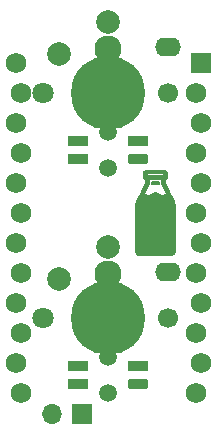
<source format=gbr>
%TF.GenerationSoftware,KiCad,Pcbnew,(7.0.0-0)*%
%TF.CreationDate,2023-02-20T11:28:14-08:00*%
%TF.ProjectId,choc_milk_keyboard,63686f63-5f6d-4696-9c6b-5f6b6579626f,rev?*%
%TF.SameCoordinates,Original*%
%TF.FileFunction,Soldermask,Bot*%
%TF.FilePolarity,Negative*%
%FSLAX46Y46*%
G04 Gerber Fmt 4.6, Leading zero omitted, Abs format (unit mm)*
G04 Created by KiCad (PCBNEW (7.0.0-0)) date 2023-02-20 11:28:14*
%MOMM*%
%LPD*%
G01*
G04 APERTURE LIST*
G04 Aperture macros list*
%AMRoundRect*
0 Rectangle with rounded corners*
0 $1 Rounding radius*
0 $2 $3 $4 $5 $6 $7 $8 $9 X,Y pos of 4 corners*
0 Add a 4 corners polygon primitive as box body*
4,1,4,$2,$3,$4,$5,$6,$7,$8,$9,$2,$3,0*
0 Add four circle primitives for the rounded corners*
1,1,$1+$1,$2,$3*
1,1,$1+$1,$4,$5*
1,1,$1+$1,$6,$7*
1,1,$1+$1,$8,$9*
0 Add four rect primitives between the rounded corners*
20,1,$1+$1,$2,$3,$4,$5,0*
20,1,$1+$1,$4,$5,$6,$7,0*
20,1,$1+$1,$6,$7,$8,$9,0*
20,1,$1+$1,$8,$9,$2,$3,0*%
G04 Aperture macros list end*
%ADD10C,0.200000*%
%ADD11C,1.700000*%
%ADD12C,6.250000*%
%ADD13C,2.300000*%
%ADD14C,1.800000*%
%ADD15C,2.000000*%
%ADD16O,2.200000X1.600000*%
%ADD17R,1.700000X1.700000*%
%ADD18O,1.700000X1.700000*%
%ADD19C,1.500000*%
%ADD20R,1.700000X0.820000*%
%ADD21RoundRect,0.205000X-0.645000X-0.205000X0.645000X-0.205000X0.645000X0.205000X-0.645000X0.205000X0*%
%ADD22R,1.752600X1.752600*%
%ADD23C,1.752600*%
G04 APERTURE END LIST*
%TO.C,REF\u002A\u002A*%
G36*
X89220289Y-116962355D02*
G01*
X89226095Y-116962797D01*
X89231818Y-116963524D01*
X89237448Y-116964529D01*
X89242980Y-116965805D01*
X89248406Y-116967346D01*
X89253718Y-116969143D01*
X89258911Y-116971190D01*
X89263975Y-116973479D01*
X89268906Y-116976004D01*
X89273694Y-116978757D01*
X89278333Y-116981730D01*
X89282816Y-116984918D01*
X89287135Y-116988312D01*
X89291284Y-116991905D01*
X89295255Y-116995691D01*
X89299041Y-116999662D01*
X89302635Y-117003810D01*
X89306030Y-117008129D01*
X89309217Y-117012612D01*
X89312192Y-117017251D01*
X89314945Y-117022040D01*
X89317470Y-117026970D01*
X89319760Y-117032035D01*
X89321807Y-117037227D01*
X89323605Y-117042541D01*
X89325146Y-117047967D01*
X89326423Y-117053499D01*
X89327428Y-117059131D01*
X89328155Y-117064854D01*
X89328597Y-117070662D01*
X89328746Y-117076547D01*
X89328597Y-117082432D01*
X89328155Y-117088240D01*
X89327428Y-117093963D01*
X89326423Y-117099594D01*
X89325146Y-117105127D01*
X89323605Y-117110553D01*
X89321807Y-117115866D01*
X89319760Y-117121059D01*
X89317470Y-117126124D01*
X89314945Y-117131054D01*
X89312192Y-117135842D01*
X89309217Y-117140481D01*
X89306030Y-117144964D01*
X89302635Y-117149283D01*
X89299041Y-117153432D01*
X89295255Y-117157403D01*
X89291284Y-117161188D01*
X89287135Y-117164782D01*
X89282816Y-117168176D01*
X89278333Y-117171363D01*
X89273694Y-117174337D01*
X89268906Y-117177090D01*
X89263975Y-117179614D01*
X89258911Y-117181904D01*
X89253718Y-117183951D01*
X89248406Y-117185748D01*
X89242980Y-117187288D01*
X89237448Y-117188565D01*
X89231818Y-117189570D01*
X89226095Y-117190297D01*
X89220289Y-117190739D01*
X89214405Y-117190887D01*
X88783281Y-117190887D01*
X88777397Y-117190739D01*
X88771590Y-117190297D01*
X88765868Y-117189570D01*
X88760238Y-117188565D01*
X88754706Y-117187288D01*
X88749280Y-117185748D01*
X88743967Y-117183951D01*
X88738775Y-117181904D01*
X88733710Y-117179614D01*
X88728780Y-117177090D01*
X88723992Y-117174337D01*
X88719353Y-117171363D01*
X88714870Y-117168176D01*
X88710550Y-117164782D01*
X88706402Y-117161188D01*
X88702430Y-117157403D01*
X88698644Y-117153432D01*
X88695051Y-117149283D01*
X88691656Y-117144964D01*
X88688468Y-117140481D01*
X88685494Y-117135842D01*
X88682741Y-117131054D01*
X88680216Y-117126124D01*
X88677926Y-117121059D01*
X88675878Y-117115866D01*
X88674081Y-117110553D01*
X88672540Y-117105127D01*
X88671263Y-117099594D01*
X88670258Y-117093963D01*
X88669530Y-117088240D01*
X88669089Y-117082432D01*
X88668940Y-117076547D01*
X88669089Y-117070662D01*
X88669530Y-117064854D01*
X88670258Y-117059131D01*
X88671263Y-117053499D01*
X88672540Y-117047967D01*
X88674081Y-117042541D01*
X88675878Y-117037227D01*
X88677926Y-117032035D01*
X88680216Y-117026970D01*
X88682741Y-117022040D01*
X88685494Y-117017251D01*
X88688468Y-117012612D01*
X88691656Y-117008129D01*
X88695051Y-117003810D01*
X88698644Y-116999662D01*
X88702430Y-116995691D01*
X88706402Y-116991905D01*
X88710550Y-116988312D01*
X88714870Y-116984918D01*
X88719353Y-116981730D01*
X88723992Y-116978757D01*
X88728780Y-116976004D01*
X88733710Y-116973479D01*
X88738775Y-116971190D01*
X88743967Y-116969143D01*
X88749280Y-116967346D01*
X88754706Y-116965805D01*
X88760238Y-116964529D01*
X88765868Y-116963524D01*
X88771590Y-116962797D01*
X88777397Y-116962355D01*
X88783281Y-116962206D01*
X89214405Y-116962206D01*
X89220289Y-116962355D01*
G37*
D10*
X89220289Y-116962355D02*
X89226095Y-116962797D01*
X89231818Y-116963524D01*
X89237448Y-116964529D01*
X89242980Y-116965805D01*
X89248406Y-116967346D01*
X89253718Y-116969143D01*
X89258911Y-116971190D01*
X89263975Y-116973479D01*
X89268906Y-116976004D01*
X89273694Y-116978757D01*
X89278333Y-116981730D01*
X89282816Y-116984918D01*
X89287135Y-116988312D01*
X89291284Y-116991905D01*
X89295255Y-116995691D01*
X89299041Y-116999662D01*
X89302635Y-117003810D01*
X89306030Y-117008129D01*
X89309217Y-117012612D01*
X89312192Y-117017251D01*
X89314945Y-117022040D01*
X89317470Y-117026970D01*
X89319760Y-117032035D01*
X89321807Y-117037227D01*
X89323605Y-117042541D01*
X89325146Y-117047967D01*
X89326423Y-117053499D01*
X89327428Y-117059131D01*
X89328155Y-117064854D01*
X89328597Y-117070662D01*
X89328746Y-117076547D01*
X89328597Y-117082432D01*
X89328155Y-117088240D01*
X89327428Y-117093963D01*
X89326423Y-117099594D01*
X89325146Y-117105127D01*
X89323605Y-117110553D01*
X89321807Y-117115866D01*
X89319760Y-117121059D01*
X89317470Y-117126124D01*
X89314945Y-117131054D01*
X89312192Y-117135842D01*
X89309217Y-117140481D01*
X89306030Y-117144964D01*
X89302635Y-117149283D01*
X89299041Y-117153432D01*
X89295255Y-117157403D01*
X89291284Y-117161188D01*
X89287135Y-117164782D01*
X89282816Y-117168176D01*
X89278333Y-117171363D01*
X89273694Y-117174337D01*
X89268906Y-117177090D01*
X89263975Y-117179614D01*
X89258911Y-117181904D01*
X89253718Y-117183951D01*
X89248406Y-117185748D01*
X89242980Y-117187288D01*
X89237448Y-117188565D01*
X89231818Y-117189570D01*
X89226095Y-117190297D01*
X89220289Y-117190739D01*
X89214405Y-117190887D01*
X88783281Y-117190887D01*
X88777397Y-117190739D01*
X88771590Y-117190297D01*
X88765868Y-117189570D01*
X88760238Y-117188565D01*
X88754706Y-117187288D01*
X88749280Y-117185748D01*
X88743967Y-117183951D01*
X88738775Y-117181904D01*
X88733710Y-117179614D01*
X88728780Y-117177090D01*
X88723992Y-117174337D01*
X88719353Y-117171363D01*
X88714870Y-117168176D01*
X88710550Y-117164782D01*
X88706402Y-117161188D01*
X88702430Y-117157403D01*
X88698644Y-117153432D01*
X88695051Y-117149283D01*
X88691656Y-117144964D01*
X88688468Y-117140481D01*
X88685494Y-117135842D01*
X88682741Y-117131054D01*
X88680216Y-117126124D01*
X88677926Y-117121059D01*
X88675878Y-117115866D01*
X88674081Y-117110553D01*
X88672540Y-117105127D01*
X88671263Y-117099594D01*
X88670258Y-117093963D01*
X88669530Y-117088240D01*
X88669089Y-117082432D01*
X88668940Y-117076547D01*
X88669089Y-117070662D01*
X88669530Y-117064854D01*
X88670258Y-117059131D01*
X88671263Y-117053499D01*
X88672540Y-117047967D01*
X88674081Y-117042541D01*
X88675878Y-117037227D01*
X88677926Y-117032035D01*
X88680216Y-117026970D01*
X88682741Y-117022040D01*
X88685494Y-117017251D01*
X88688468Y-117012612D01*
X88691656Y-117008129D01*
X88695051Y-117003810D01*
X88698644Y-116999662D01*
X88702430Y-116995691D01*
X88706402Y-116991905D01*
X88710550Y-116988312D01*
X88714870Y-116984918D01*
X88719353Y-116981730D01*
X88723992Y-116978757D01*
X88728780Y-116976004D01*
X88733710Y-116973479D01*
X88738775Y-116971190D01*
X88743967Y-116969143D01*
X88749280Y-116967346D01*
X88754706Y-116965805D01*
X88760238Y-116964529D01*
X88765868Y-116963524D01*
X88771590Y-116962797D01*
X88777397Y-116962355D01*
X88783281Y-116962206D01*
X89214405Y-116962206D01*
X89220289Y-116962355D01*
G36*
X89220289Y-116962355D02*
G01*
X89226095Y-116962797D01*
X89231818Y-116963524D01*
X89237448Y-116964529D01*
X89242980Y-116965805D01*
X89248406Y-116967346D01*
X89253718Y-116969143D01*
X89258911Y-116971190D01*
X89263975Y-116973479D01*
X89268906Y-116976004D01*
X89273694Y-116978757D01*
X89278333Y-116981730D01*
X89282816Y-116984918D01*
X89287135Y-116988312D01*
X89291284Y-116991905D01*
X89295255Y-116995691D01*
X89299041Y-116999662D01*
X89302635Y-117003810D01*
X89306030Y-117008129D01*
X89309217Y-117012612D01*
X89312192Y-117017251D01*
X89314945Y-117022040D01*
X89317470Y-117026970D01*
X89319760Y-117032035D01*
X89321807Y-117037227D01*
X89323605Y-117042541D01*
X89325146Y-117047967D01*
X89326423Y-117053499D01*
X89327428Y-117059131D01*
X89328155Y-117064854D01*
X89328597Y-117070662D01*
X89328746Y-117076547D01*
X89328597Y-117082432D01*
X89328155Y-117088240D01*
X89327428Y-117093963D01*
X89326423Y-117099594D01*
X89325146Y-117105127D01*
X89323605Y-117110553D01*
X89321807Y-117115866D01*
X89319760Y-117121059D01*
X89317470Y-117126124D01*
X89314945Y-117131054D01*
X89312192Y-117135842D01*
X89309217Y-117140481D01*
X89306030Y-117144964D01*
X89302635Y-117149283D01*
X89299041Y-117153432D01*
X89295255Y-117157403D01*
X89291284Y-117161188D01*
X89287135Y-117164782D01*
X89282816Y-117168176D01*
X89278333Y-117171363D01*
X89273694Y-117174337D01*
X89268906Y-117177090D01*
X89263975Y-117179614D01*
X89258911Y-117181904D01*
X89253718Y-117183951D01*
X89248406Y-117185748D01*
X89242980Y-117187288D01*
X89237448Y-117188565D01*
X89231818Y-117189570D01*
X89226095Y-117190297D01*
X89220289Y-117190739D01*
X89214405Y-117190887D01*
X88783281Y-117190887D01*
X88777397Y-117190739D01*
X88771590Y-117190297D01*
X88765868Y-117189570D01*
X88760238Y-117188565D01*
X88754706Y-117187288D01*
X88749280Y-117185748D01*
X88743967Y-117183951D01*
X88738775Y-117181904D01*
X88733710Y-117179614D01*
X88728780Y-117177090D01*
X88723992Y-117174337D01*
X88719353Y-117171363D01*
X88714870Y-117168176D01*
X88710550Y-117164782D01*
X88706402Y-117161188D01*
X88702430Y-117157403D01*
X88698644Y-117153432D01*
X88695051Y-117149283D01*
X88691656Y-117144964D01*
X88688468Y-117140481D01*
X88685494Y-117135842D01*
X88682741Y-117131054D01*
X88680216Y-117126124D01*
X88677926Y-117121059D01*
X88675878Y-117115866D01*
X88674081Y-117110553D01*
X88672540Y-117105127D01*
X88671263Y-117099594D01*
X88670258Y-117093963D01*
X88669530Y-117088240D01*
X88669089Y-117082432D01*
X88668940Y-117076547D01*
X88669089Y-117070662D01*
X88669530Y-117064854D01*
X88670258Y-117059131D01*
X88671263Y-117053499D01*
X88672540Y-117047967D01*
X88674081Y-117042541D01*
X88675878Y-117037227D01*
X88677926Y-117032035D01*
X88680216Y-117026970D01*
X88682741Y-117022040D01*
X88685494Y-117017251D01*
X88688468Y-117012612D01*
X88691656Y-117008129D01*
X88695051Y-117003810D01*
X88698644Y-116999662D01*
X88702430Y-116995691D01*
X88706402Y-116991905D01*
X88710550Y-116988312D01*
X88714870Y-116984918D01*
X88719353Y-116981730D01*
X88723992Y-116978757D01*
X88728780Y-116976004D01*
X88733710Y-116973479D01*
X88738775Y-116971190D01*
X88743967Y-116969143D01*
X88749280Y-116967346D01*
X88754706Y-116965805D01*
X88760238Y-116964529D01*
X88765868Y-116963524D01*
X88771590Y-116962797D01*
X88777397Y-116962355D01*
X88783281Y-116962206D01*
X89214405Y-116962206D01*
X89220289Y-116962355D01*
G37*
X89220289Y-116962355D02*
X89226095Y-116962797D01*
X89231818Y-116963524D01*
X89237448Y-116964529D01*
X89242980Y-116965805D01*
X89248406Y-116967346D01*
X89253718Y-116969143D01*
X89258911Y-116971190D01*
X89263975Y-116973479D01*
X89268906Y-116976004D01*
X89273694Y-116978757D01*
X89278333Y-116981730D01*
X89282816Y-116984918D01*
X89287135Y-116988312D01*
X89291284Y-116991905D01*
X89295255Y-116995691D01*
X89299041Y-116999662D01*
X89302635Y-117003810D01*
X89306030Y-117008129D01*
X89309217Y-117012612D01*
X89312192Y-117017251D01*
X89314945Y-117022040D01*
X89317470Y-117026970D01*
X89319760Y-117032035D01*
X89321807Y-117037227D01*
X89323605Y-117042541D01*
X89325146Y-117047967D01*
X89326423Y-117053499D01*
X89327428Y-117059131D01*
X89328155Y-117064854D01*
X89328597Y-117070662D01*
X89328746Y-117076547D01*
X89328597Y-117082432D01*
X89328155Y-117088240D01*
X89327428Y-117093963D01*
X89326423Y-117099594D01*
X89325146Y-117105127D01*
X89323605Y-117110553D01*
X89321807Y-117115866D01*
X89319760Y-117121059D01*
X89317470Y-117126124D01*
X89314945Y-117131054D01*
X89312192Y-117135842D01*
X89309217Y-117140481D01*
X89306030Y-117144964D01*
X89302635Y-117149283D01*
X89299041Y-117153432D01*
X89295255Y-117157403D01*
X89291284Y-117161188D01*
X89287135Y-117164782D01*
X89282816Y-117168176D01*
X89278333Y-117171363D01*
X89273694Y-117174337D01*
X89268906Y-117177090D01*
X89263975Y-117179614D01*
X89258911Y-117181904D01*
X89253718Y-117183951D01*
X89248406Y-117185748D01*
X89242980Y-117187288D01*
X89237448Y-117188565D01*
X89231818Y-117189570D01*
X89226095Y-117190297D01*
X89220289Y-117190739D01*
X89214405Y-117190887D01*
X88783281Y-117190887D01*
X88777397Y-117190739D01*
X88771590Y-117190297D01*
X88765868Y-117189570D01*
X88760238Y-117188565D01*
X88754706Y-117187288D01*
X88749280Y-117185748D01*
X88743967Y-117183951D01*
X88738775Y-117181904D01*
X88733710Y-117179614D01*
X88728780Y-117177090D01*
X88723992Y-117174337D01*
X88719353Y-117171363D01*
X88714870Y-117168176D01*
X88710550Y-117164782D01*
X88706402Y-117161188D01*
X88702430Y-117157403D01*
X88698644Y-117153432D01*
X88695051Y-117149283D01*
X88691656Y-117144964D01*
X88688468Y-117140481D01*
X88685494Y-117135842D01*
X88682741Y-117131054D01*
X88680216Y-117126124D01*
X88677926Y-117121059D01*
X88675878Y-117115866D01*
X88674081Y-117110553D01*
X88672540Y-117105127D01*
X88671263Y-117099594D01*
X88670258Y-117093963D01*
X88669530Y-117088240D01*
X88669089Y-117082432D01*
X88668940Y-117076547D01*
X88669089Y-117070662D01*
X88669530Y-117064854D01*
X88670258Y-117059131D01*
X88671263Y-117053499D01*
X88672540Y-117047967D01*
X88674081Y-117042541D01*
X88675878Y-117037227D01*
X88677926Y-117032035D01*
X88680216Y-117026970D01*
X88682741Y-117022040D01*
X88685494Y-117017251D01*
X88688468Y-117012612D01*
X88691656Y-117008129D01*
X88695051Y-117003810D01*
X88698644Y-116999662D01*
X88702430Y-116995691D01*
X88706402Y-116991905D01*
X88710550Y-116988312D01*
X88714870Y-116984918D01*
X88719353Y-116981730D01*
X88723992Y-116978757D01*
X88728780Y-116976004D01*
X88733710Y-116973479D01*
X88738775Y-116971190D01*
X88743967Y-116969143D01*
X88749280Y-116967346D01*
X88754706Y-116965805D01*
X88760238Y-116964529D01*
X88765868Y-116963524D01*
X88771590Y-116962797D01*
X88777397Y-116962355D01*
X88783281Y-116962206D01*
X89214405Y-116962206D01*
X89220289Y-116962355D01*
G36*
X89938319Y-116504819D02*
G01*
X89938319Y-116619024D01*
X89938171Y-116624910D01*
X89937730Y-116630721D01*
X89937005Y-116636450D01*
X89936002Y-116642088D01*
X89934728Y-116647629D01*
X89933191Y-116653066D01*
X89931397Y-116658390D01*
X89929354Y-116663596D01*
X89927070Y-116668675D01*
X89924550Y-116673620D01*
X89921802Y-116678424D01*
X89918834Y-116683079D01*
X89915652Y-116687579D01*
X89912264Y-116691916D01*
X89908676Y-116696082D01*
X89904897Y-116700071D01*
X89900932Y-116703874D01*
X89896789Y-116707485D01*
X89892476Y-116710897D01*
X89887999Y-116714101D01*
X89883366Y-116717091D01*
X89878583Y-116719860D01*
X89873658Y-116722400D01*
X89868599Y-116724703D01*
X89863411Y-116726763D01*
X89858102Y-116728571D01*
X89852680Y-116730122D01*
X89847151Y-116731407D01*
X89841523Y-116732419D01*
X89835803Y-116733152D01*
X89829998Y-116733596D01*
X89824114Y-116733746D01*
X89785874Y-116733746D01*
X89785874Y-117049489D01*
X90260561Y-117990000D01*
X90477821Y-118420465D01*
X90493332Y-118452873D01*
X90508352Y-118487558D01*
X90522810Y-118524230D01*
X90536637Y-118562595D01*
X90549761Y-118602362D01*
X90562113Y-118643240D01*
X90573622Y-118684935D01*
X90584218Y-118727157D01*
X90593831Y-118769613D01*
X90602391Y-118812011D01*
X90609826Y-118854061D01*
X90616067Y-118895469D01*
X90621044Y-118935944D01*
X90624685Y-118975193D01*
X90626922Y-119012926D01*
X90627683Y-119048850D01*
X90627683Y-122793325D01*
X90627137Y-122814867D01*
X90625516Y-122836132D01*
X90622847Y-122857093D01*
X90619157Y-122877724D01*
X90614471Y-122897999D01*
X90608817Y-122917889D01*
X90602221Y-122937369D01*
X90594709Y-122956412D01*
X90586308Y-122974991D01*
X90577044Y-122993080D01*
X90566944Y-123010651D01*
X90556034Y-123027679D01*
X90544341Y-123044136D01*
X90531891Y-123059996D01*
X90518711Y-123075232D01*
X90504828Y-123089818D01*
X90490266Y-123103726D01*
X90475055Y-123116931D01*
X90459218Y-123129405D01*
X90442784Y-123141121D01*
X90425779Y-123152054D01*
X90408229Y-123162175D01*
X90390160Y-123171460D01*
X90371600Y-123179881D01*
X90352574Y-123187410D01*
X90333109Y-123194023D01*
X90313232Y-123199691D01*
X90292969Y-123204389D01*
X90272346Y-123208089D01*
X90251391Y-123210765D01*
X90230129Y-123212390D01*
X90208587Y-123212937D01*
X87789096Y-123212937D01*
X87767554Y-123212390D01*
X87746292Y-123210765D01*
X87725337Y-123208089D01*
X87704714Y-123204389D01*
X87684451Y-123199691D01*
X87664574Y-123194023D01*
X87645109Y-123187410D01*
X87626083Y-123179881D01*
X87607523Y-123171460D01*
X87589454Y-123162175D01*
X87571904Y-123152054D01*
X87554899Y-123141121D01*
X87538465Y-123129405D01*
X87522629Y-123116931D01*
X87507417Y-123103726D01*
X87492856Y-123089818D01*
X87478972Y-123075232D01*
X87465792Y-123059996D01*
X87453342Y-123044136D01*
X87441649Y-123027679D01*
X87430739Y-123010651D01*
X87420639Y-122993080D01*
X87411376Y-122974991D01*
X87402974Y-122956412D01*
X87395462Y-122937369D01*
X87388866Y-122917889D01*
X87383212Y-122897999D01*
X87378526Y-122877724D01*
X87374836Y-122857093D01*
X87372167Y-122836132D01*
X87370547Y-122814867D01*
X87370000Y-122793325D01*
X87370000Y-119048850D01*
X87370762Y-119012929D01*
X87372998Y-118975198D01*
X87376640Y-118935949D01*
X87381616Y-118895475D01*
X87387857Y-118854067D01*
X87395293Y-118812018D01*
X87403852Y-118769619D01*
X87413465Y-118727162D01*
X87424061Y-118684940D01*
X87435570Y-118643244D01*
X87447922Y-118602365D01*
X87461046Y-118562597D01*
X87474873Y-118524231D01*
X87489331Y-118487559D01*
X87504351Y-118452873D01*
X87519862Y-118420465D01*
X87737123Y-117990000D01*
X87992701Y-117990000D01*
X88007885Y-117995203D01*
X88022523Y-118000762D01*
X88036638Y-118006643D01*
X88050255Y-118012815D01*
X88063397Y-118019244D01*
X88076088Y-118025896D01*
X88088351Y-118032740D01*
X88100210Y-118039742D01*
X88122812Y-118054087D01*
X88144083Y-118068669D01*
X88164211Y-118083224D01*
X88183388Y-118097487D01*
X88208089Y-118115807D01*
X88220058Y-118124387D01*
X88231926Y-118132537D01*
X88243813Y-118140225D01*
X88255835Y-118147416D01*
X88268108Y-118154079D01*
X88280750Y-118160180D01*
X88293879Y-118165686D01*
X88307610Y-118170565D01*
X88322061Y-118174784D01*
X88337349Y-118178309D01*
X88353592Y-118181108D01*
X88370905Y-118183149D01*
X88389407Y-118184397D01*
X88409214Y-118184820D01*
X88429026Y-118184397D01*
X88447544Y-118183149D01*
X88464883Y-118181108D01*
X88481158Y-118178309D01*
X88496486Y-118174784D01*
X88510981Y-118170565D01*
X88524759Y-118165686D01*
X88537935Y-118160180D01*
X88550626Y-118154079D01*
X88562946Y-118147416D01*
X88575011Y-118140225D01*
X88586937Y-118132537D01*
X88610832Y-118115807D01*
X88635556Y-118097487D01*
X88666307Y-118074776D01*
X88682613Y-118063237D01*
X88699671Y-118051749D01*
X88717580Y-118040439D01*
X88736437Y-118029438D01*
X88756341Y-118018872D01*
X88777391Y-118008872D01*
X88799685Y-117999566D01*
X88823322Y-117991083D01*
X88848399Y-117983552D01*
X88861509Y-117980183D01*
X88875016Y-117977101D01*
X88888932Y-117974321D01*
X88903270Y-117971859D01*
X88918042Y-117969732D01*
X88933260Y-117967956D01*
X88948937Y-117966546D01*
X88965084Y-117965519D01*
X88981715Y-117964892D01*
X88998842Y-117964679D01*
X89032601Y-117965520D01*
X89064428Y-117967957D01*
X89094419Y-117971861D01*
X89122674Y-117977103D01*
X89149291Y-117983555D01*
X89174368Y-117991087D01*
X89198004Y-117999571D01*
X89220297Y-118008878D01*
X89241347Y-118018879D01*
X89261250Y-118029444D01*
X89280107Y-118040446D01*
X89298014Y-118051755D01*
X89331377Y-118074780D01*
X89362127Y-118097487D01*
X89386832Y-118115811D01*
X89398801Y-118124393D01*
X89410670Y-118132544D01*
X89422556Y-118140232D01*
X89434576Y-118147423D01*
X89446849Y-118154085D01*
X89459490Y-118160186D01*
X89472616Y-118165691D01*
X89486346Y-118170569D01*
X89500797Y-118174787D01*
X89516084Y-118178311D01*
X89532327Y-118181110D01*
X89549641Y-118183149D01*
X89568144Y-118184397D01*
X89587953Y-118184820D01*
X89607768Y-118184397D01*
X89626287Y-118183149D01*
X89643627Y-118181110D01*
X89659902Y-118178311D01*
X89675229Y-118174787D01*
X89689723Y-118170569D01*
X89703500Y-118165691D01*
X89716675Y-118160186D01*
X89729364Y-118154085D01*
X89741683Y-118147423D01*
X89753747Y-118140232D01*
X89765672Y-118132544D01*
X89789568Y-118115811D01*
X89814296Y-118097487D01*
X89833476Y-118083224D01*
X89853605Y-118068669D01*
X89874874Y-118054087D01*
X89885995Y-118046869D01*
X89897473Y-118039742D01*
X89909331Y-118032740D01*
X89921593Y-118025896D01*
X89934282Y-118019244D01*
X89947424Y-118012815D01*
X89961041Y-118006643D01*
X89975157Y-118000762D01*
X89989796Y-117995203D01*
X90004982Y-117990000D01*
X89569866Y-117128037D01*
X89568398Y-117125021D01*
X89567018Y-117121964D01*
X89565727Y-117118869D01*
X89564526Y-117115739D01*
X89563416Y-117112577D01*
X89562398Y-117109384D01*
X89561473Y-117106164D01*
X89560641Y-117102919D01*
X89559904Y-117099652D01*
X89559262Y-117096364D01*
X89558716Y-117093059D01*
X89558268Y-117089739D01*
X89557917Y-117086407D01*
X89557666Y-117083065D01*
X89557515Y-117079715D01*
X89557464Y-117076361D01*
X89557464Y-116733746D01*
X88440219Y-116733746D01*
X88440219Y-117076361D01*
X88440169Y-117079715D01*
X88440017Y-117083065D01*
X88439766Y-117086407D01*
X88439416Y-117089739D01*
X88438967Y-117093059D01*
X88438422Y-117096364D01*
X88437780Y-117099652D01*
X88437043Y-117102919D01*
X88436211Y-117106164D01*
X88435285Y-117109384D01*
X88434267Y-117112577D01*
X88433157Y-117115739D01*
X88431957Y-117118869D01*
X88430666Y-117121964D01*
X88429285Y-117125021D01*
X88427817Y-117128037D01*
X87992701Y-117990000D01*
X87737123Y-117990000D01*
X88211809Y-117049489D01*
X88211809Y-116733746D01*
X88173569Y-116733746D01*
X88167686Y-116733596D01*
X88161880Y-116733152D01*
X88156160Y-116732419D01*
X88150532Y-116731407D01*
X88145003Y-116730122D01*
X88139581Y-116728571D01*
X88134272Y-116726763D01*
X88129085Y-116724703D01*
X88124025Y-116722400D01*
X88119100Y-116719860D01*
X88114317Y-116717091D01*
X88109684Y-116714101D01*
X88105207Y-116710897D01*
X88100894Y-116707485D01*
X88096751Y-116703874D01*
X88092787Y-116700071D01*
X88089007Y-116696082D01*
X88085420Y-116691916D01*
X88082031Y-116687579D01*
X88078849Y-116683079D01*
X88075881Y-116678424D01*
X88073133Y-116673620D01*
X88070614Y-116668675D01*
X88068329Y-116663596D01*
X88066286Y-116658390D01*
X88064492Y-116653066D01*
X88062955Y-116647629D01*
X88061681Y-116642088D01*
X88060678Y-116636450D01*
X88059953Y-116630721D01*
X88059513Y-116624910D01*
X88059364Y-116619024D01*
X88059364Y-116504819D01*
X88287774Y-116504819D01*
X89709909Y-116504819D01*
X89709909Y-116276410D01*
X88287774Y-116276410D01*
X88287774Y-116504819D01*
X88059364Y-116504819D01*
X88059364Y-116161688D01*
X88059513Y-116155803D01*
X88059953Y-116149997D01*
X88060678Y-116144275D01*
X88061681Y-116138646D01*
X88062955Y-116133117D01*
X88064492Y-116127694D01*
X88066286Y-116122385D01*
X88068329Y-116117197D01*
X88070614Y-116112137D01*
X88073133Y-116107212D01*
X88075881Y-116102429D01*
X88078849Y-116097796D01*
X88082031Y-116093320D01*
X88085420Y-116089006D01*
X88089007Y-116084864D01*
X88092787Y-116080900D01*
X88096751Y-116077121D01*
X88100894Y-116073533D01*
X88105207Y-116070146D01*
X88109684Y-116066964D01*
X88114317Y-116063996D01*
X88119100Y-116061249D01*
X88124025Y-116058730D01*
X88129085Y-116056445D01*
X88134272Y-116054403D01*
X88139581Y-116052610D01*
X88145003Y-116051073D01*
X88150532Y-116049800D01*
X88156160Y-116048797D01*
X88161880Y-116048072D01*
X88167686Y-116047631D01*
X88173569Y-116047483D01*
X89824114Y-116047483D01*
X89829998Y-116047631D01*
X89835803Y-116048072D01*
X89841523Y-116048797D01*
X89847151Y-116049800D01*
X89852680Y-116051073D01*
X89858102Y-116052610D01*
X89863411Y-116054403D01*
X89868599Y-116056445D01*
X89873658Y-116058730D01*
X89878583Y-116061249D01*
X89883366Y-116063996D01*
X89887999Y-116066964D01*
X89892476Y-116070146D01*
X89896789Y-116073533D01*
X89900932Y-116077121D01*
X89904897Y-116080900D01*
X89908676Y-116084864D01*
X89912264Y-116089006D01*
X89915652Y-116093320D01*
X89918834Y-116097796D01*
X89921802Y-116102429D01*
X89924550Y-116107212D01*
X89927070Y-116112137D01*
X89929354Y-116117197D01*
X89931397Y-116122385D01*
X89933191Y-116127694D01*
X89934728Y-116133117D01*
X89936002Y-116138646D01*
X89937005Y-116144275D01*
X89937730Y-116149997D01*
X89938171Y-116155803D01*
X89938319Y-116161688D01*
X89938319Y-116504819D01*
G37*
X89938319Y-116504819D02*
X89938319Y-116619024D01*
X89938171Y-116624910D01*
X89937730Y-116630721D01*
X89937005Y-116636450D01*
X89936002Y-116642088D01*
X89934728Y-116647629D01*
X89933191Y-116653066D01*
X89931397Y-116658390D01*
X89929354Y-116663596D01*
X89927070Y-116668675D01*
X89924550Y-116673620D01*
X89921802Y-116678424D01*
X89918834Y-116683079D01*
X89915652Y-116687579D01*
X89912264Y-116691916D01*
X89908676Y-116696082D01*
X89904897Y-116700071D01*
X89900932Y-116703874D01*
X89896789Y-116707485D01*
X89892476Y-116710897D01*
X89887999Y-116714101D01*
X89883366Y-116717091D01*
X89878583Y-116719860D01*
X89873658Y-116722400D01*
X89868599Y-116724703D01*
X89863411Y-116726763D01*
X89858102Y-116728571D01*
X89852680Y-116730122D01*
X89847151Y-116731407D01*
X89841523Y-116732419D01*
X89835803Y-116733152D01*
X89829998Y-116733596D01*
X89824114Y-116733746D01*
X89785874Y-116733746D01*
X89785874Y-117049489D01*
X90260561Y-117990000D01*
X90477821Y-118420465D01*
X90493332Y-118452873D01*
X90508352Y-118487558D01*
X90522810Y-118524230D01*
X90536637Y-118562595D01*
X90549761Y-118602362D01*
X90562113Y-118643240D01*
X90573622Y-118684935D01*
X90584218Y-118727157D01*
X90593831Y-118769613D01*
X90602391Y-118812011D01*
X90609826Y-118854061D01*
X90616067Y-118895469D01*
X90621044Y-118935944D01*
X90624685Y-118975193D01*
X90626922Y-119012926D01*
X90627683Y-119048850D01*
X90627683Y-122793325D01*
X90627137Y-122814867D01*
X90625516Y-122836132D01*
X90622847Y-122857093D01*
X90619157Y-122877724D01*
X90614471Y-122897999D01*
X90608817Y-122917889D01*
X90602221Y-122937369D01*
X90594709Y-122956412D01*
X90586308Y-122974991D01*
X90577044Y-122993080D01*
X90566944Y-123010651D01*
X90556034Y-123027679D01*
X90544341Y-123044136D01*
X90531891Y-123059996D01*
X90518711Y-123075232D01*
X90504828Y-123089818D01*
X90490266Y-123103726D01*
X90475055Y-123116931D01*
X90459218Y-123129405D01*
X90442784Y-123141121D01*
X90425779Y-123152054D01*
X90408229Y-123162175D01*
X90390160Y-123171460D01*
X90371600Y-123179881D01*
X90352574Y-123187410D01*
X90333109Y-123194023D01*
X90313232Y-123199691D01*
X90292969Y-123204389D01*
X90272346Y-123208089D01*
X90251391Y-123210765D01*
X90230129Y-123212390D01*
X90208587Y-123212937D01*
X87789096Y-123212937D01*
X87767554Y-123212390D01*
X87746292Y-123210765D01*
X87725337Y-123208089D01*
X87704714Y-123204389D01*
X87684451Y-123199691D01*
X87664574Y-123194023D01*
X87645109Y-123187410D01*
X87626083Y-123179881D01*
X87607523Y-123171460D01*
X87589454Y-123162175D01*
X87571904Y-123152054D01*
X87554899Y-123141121D01*
X87538465Y-123129405D01*
X87522629Y-123116931D01*
X87507417Y-123103726D01*
X87492856Y-123089818D01*
X87478972Y-123075232D01*
X87465792Y-123059996D01*
X87453342Y-123044136D01*
X87441649Y-123027679D01*
X87430739Y-123010651D01*
X87420639Y-122993080D01*
X87411376Y-122974991D01*
X87402974Y-122956412D01*
X87395462Y-122937369D01*
X87388866Y-122917889D01*
X87383212Y-122897999D01*
X87378526Y-122877724D01*
X87374836Y-122857093D01*
X87372167Y-122836132D01*
X87370547Y-122814867D01*
X87370000Y-122793325D01*
X87370000Y-119048850D01*
X87370762Y-119012929D01*
X87372998Y-118975198D01*
X87376640Y-118935949D01*
X87381616Y-118895475D01*
X87387857Y-118854067D01*
X87395293Y-118812018D01*
X87403852Y-118769619D01*
X87413465Y-118727162D01*
X87424061Y-118684940D01*
X87435570Y-118643244D01*
X87447922Y-118602365D01*
X87461046Y-118562597D01*
X87474873Y-118524231D01*
X87489331Y-118487559D01*
X87504351Y-118452873D01*
X87519862Y-118420465D01*
X87737123Y-117990000D01*
X87992701Y-117990000D01*
X88007885Y-117995203D01*
X88022523Y-118000762D01*
X88036638Y-118006643D01*
X88050255Y-118012815D01*
X88063397Y-118019244D01*
X88076088Y-118025896D01*
X88088351Y-118032740D01*
X88100210Y-118039742D01*
X88122812Y-118054087D01*
X88144083Y-118068669D01*
X88164211Y-118083224D01*
X88183388Y-118097487D01*
X88208089Y-118115807D01*
X88220058Y-118124387D01*
X88231926Y-118132537D01*
X88243813Y-118140225D01*
X88255835Y-118147416D01*
X88268108Y-118154079D01*
X88280750Y-118160180D01*
X88293879Y-118165686D01*
X88307610Y-118170565D01*
X88322061Y-118174784D01*
X88337349Y-118178309D01*
X88353592Y-118181108D01*
X88370905Y-118183149D01*
X88389407Y-118184397D01*
X88409214Y-118184820D01*
X88429026Y-118184397D01*
X88447544Y-118183149D01*
X88464883Y-118181108D01*
X88481158Y-118178309D01*
X88496486Y-118174784D01*
X88510981Y-118170565D01*
X88524759Y-118165686D01*
X88537935Y-118160180D01*
X88550626Y-118154079D01*
X88562946Y-118147416D01*
X88575011Y-118140225D01*
X88586937Y-118132537D01*
X88610832Y-118115807D01*
X88635556Y-118097487D01*
X88666307Y-118074776D01*
X88682613Y-118063237D01*
X88699671Y-118051749D01*
X88717580Y-118040439D01*
X88736437Y-118029438D01*
X88756341Y-118018872D01*
X88777391Y-118008872D01*
X88799685Y-117999566D01*
X88823322Y-117991083D01*
X88848399Y-117983552D01*
X88861509Y-117980183D01*
X88875016Y-117977101D01*
X88888932Y-117974321D01*
X88903270Y-117971859D01*
X88918042Y-117969732D01*
X88933260Y-117967956D01*
X88948937Y-117966546D01*
X88965084Y-117965519D01*
X88981715Y-117964892D01*
X88998842Y-117964679D01*
X89032601Y-117965520D01*
X89064428Y-117967957D01*
X89094419Y-117971861D01*
X89122674Y-117977103D01*
X89149291Y-117983555D01*
X89174368Y-117991087D01*
X89198004Y-117999571D01*
X89220297Y-118008878D01*
X89241347Y-118018879D01*
X89261250Y-118029444D01*
X89280107Y-118040446D01*
X89298014Y-118051755D01*
X89331377Y-118074780D01*
X89362127Y-118097487D01*
X89386832Y-118115811D01*
X89398801Y-118124393D01*
X89410670Y-118132544D01*
X89422556Y-118140232D01*
X89434576Y-118147423D01*
X89446849Y-118154085D01*
X89459490Y-118160186D01*
X89472616Y-118165691D01*
X89486346Y-118170569D01*
X89500797Y-118174787D01*
X89516084Y-118178311D01*
X89532327Y-118181110D01*
X89549641Y-118183149D01*
X89568144Y-118184397D01*
X89587953Y-118184820D01*
X89607768Y-118184397D01*
X89626287Y-118183149D01*
X89643627Y-118181110D01*
X89659902Y-118178311D01*
X89675229Y-118174787D01*
X89689723Y-118170569D01*
X89703500Y-118165691D01*
X89716675Y-118160186D01*
X89729364Y-118154085D01*
X89741683Y-118147423D01*
X89753747Y-118140232D01*
X89765672Y-118132544D01*
X89789568Y-118115811D01*
X89814296Y-118097487D01*
X89833476Y-118083224D01*
X89853605Y-118068669D01*
X89874874Y-118054087D01*
X89885995Y-118046869D01*
X89897473Y-118039742D01*
X89909331Y-118032740D01*
X89921593Y-118025896D01*
X89934282Y-118019244D01*
X89947424Y-118012815D01*
X89961041Y-118006643D01*
X89975157Y-118000762D01*
X89989796Y-117995203D01*
X90004982Y-117990000D01*
X89569866Y-117128037D01*
X89568398Y-117125021D01*
X89567018Y-117121964D01*
X89565727Y-117118869D01*
X89564526Y-117115739D01*
X89563416Y-117112577D01*
X89562398Y-117109384D01*
X89561473Y-117106164D01*
X89560641Y-117102919D01*
X89559904Y-117099652D01*
X89559262Y-117096364D01*
X89558716Y-117093059D01*
X89558268Y-117089739D01*
X89557917Y-117086407D01*
X89557666Y-117083065D01*
X89557515Y-117079715D01*
X89557464Y-117076361D01*
X89557464Y-116733746D01*
X88440219Y-116733746D01*
X88440219Y-117076361D01*
X88440169Y-117079715D01*
X88440017Y-117083065D01*
X88439766Y-117086407D01*
X88439416Y-117089739D01*
X88438967Y-117093059D01*
X88438422Y-117096364D01*
X88437780Y-117099652D01*
X88437043Y-117102919D01*
X88436211Y-117106164D01*
X88435285Y-117109384D01*
X88434267Y-117112577D01*
X88433157Y-117115739D01*
X88431957Y-117118869D01*
X88430666Y-117121964D01*
X88429285Y-117125021D01*
X88427817Y-117128037D01*
X87992701Y-117990000D01*
X87737123Y-117990000D01*
X88211809Y-117049489D01*
X88211809Y-116733746D01*
X88173569Y-116733746D01*
X88167686Y-116733596D01*
X88161880Y-116733152D01*
X88156160Y-116732419D01*
X88150532Y-116731407D01*
X88145003Y-116730122D01*
X88139581Y-116728571D01*
X88134272Y-116726763D01*
X88129085Y-116724703D01*
X88124025Y-116722400D01*
X88119100Y-116719860D01*
X88114317Y-116717091D01*
X88109684Y-116714101D01*
X88105207Y-116710897D01*
X88100894Y-116707485D01*
X88096751Y-116703874D01*
X88092787Y-116700071D01*
X88089007Y-116696082D01*
X88085420Y-116691916D01*
X88082031Y-116687579D01*
X88078849Y-116683079D01*
X88075881Y-116678424D01*
X88073133Y-116673620D01*
X88070614Y-116668675D01*
X88068329Y-116663596D01*
X88066286Y-116658390D01*
X88064492Y-116653066D01*
X88062955Y-116647629D01*
X88061681Y-116642088D01*
X88060678Y-116636450D01*
X88059953Y-116630721D01*
X88059513Y-116624910D01*
X88059364Y-116619024D01*
X88059364Y-116504819D01*
X88287774Y-116504819D01*
X89709909Y-116504819D01*
X89709909Y-116276410D01*
X88287774Y-116276410D01*
X88287774Y-116504819D01*
X88059364Y-116504819D01*
X88059364Y-116161688D01*
X88059513Y-116155803D01*
X88059953Y-116149997D01*
X88060678Y-116144275D01*
X88061681Y-116138646D01*
X88062955Y-116133117D01*
X88064492Y-116127694D01*
X88066286Y-116122385D01*
X88068329Y-116117197D01*
X88070614Y-116112137D01*
X88073133Y-116107212D01*
X88075881Y-116102429D01*
X88078849Y-116097796D01*
X88082031Y-116093320D01*
X88085420Y-116089006D01*
X88089007Y-116084864D01*
X88092787Y-116080900D01*
X88096751Y-116077121D01*
X88100894Y-116073533D01*
X88105207Y-116070146D01*
X88109684Y-116066964D01*
X88114317Y-116063996D01*
X88119100Y-116061249D01*
X88124025Y-116058730D01*
X88129085Y-116056445D01*
X88134272Y-116054403D01*
X88139581Y-116052610D01*
X88145003Y-116051073D01*
X88150532Y-116049800D01*
X88156160Y-116048797D01*
X88161880Y-116048072D01*
X88167686Y-116047631D01*
X88173569Y-116047483D01*
X89824114Y-116047483D01*
X89829998Y-116047631D01*
X89835803Y-116048072D01*
X89841523Y-116048797D01*
X89847151Y-116049800D01*
X89852680Y-116051073D01*
X89858102Y-116052610D01*
X89863411Y-116054403D01*
X89868599Y-116056445D01*
X89873658Y-116058730D01*
X89878583Y-116061249D01*
X89883366Y-116063996D01*
X89887999Y-116066964D01*
X89892476Y-116070146D01*
X89896789Y-116073533D01*
X89900932Y-116077121D01*
X89904897Y-116080900D01*
X89908676Y-116084864D01*
X89912264Y-116089006D01*
X89915652Y-116093320D01*
X89918834Y-116097796D01*
X89921802Y-116102429D01*
X89924550Y-116107212D01*
X89927070Y-116112137D01*
X89929354Y-116117197D01*
X89931397Y-116122385D01*
X89933191Y-116127694D01*
X89934728Y-116133117D01*
X89936002Y-116138646D01*
X89937005Y-116144275D01*
X89937730Y-116149997D01*
X89938171Y-116155803D01*
X89938319Y-116161688D01*
X89938319Y-116504819D01*
G36*
X89938319Y-116504819D02*
G01*
X89938319Y-116619024D01*
X89938171Y-116624910D01*
X89937730Y-116630721D01*
X89937005Y-116636450D01*
X89936002Y-116642088D01*
X89934728Y-116647629D01*
X89933191Y-116653066D01*
X89931397Y-116658390D01*
X89929354Y-116663596D01*
X89927070Y-116668675D01*
X89924550Y-116673620D01*
X89921802Y-116678424D01*
X89918834Y-116683079D01*
X89915652Y-116687579D01*
X89912264Y-116691916D01*
X89908676Y-116696082D01*
X89904897Y-116700071D01*
X89900932Y-116703874D01*
X89896789Y-116707485D01*
X89892476Y-116710897D01*
X89887999Y-116714101D01*
X89883366Y-116717091D01*
X89878583Y-116719860D01*
X89873658Y-116722400D01*
X89868599Y-116724703D01*
X89863411Y-116726763D01*
X89858102Y-116728571D01*
X89852680Y-116730122D01*
X89847151Y-116731407D01*
X89841523Y-116732419D01*
X89835803Y-116733152D01*
X89829998Y-116733596D01*
X89824114Y-116733746D01*
X89785874Y-116733746D01*
X89785874Y-117049489D01*
X90260561Y-117990000D01*
X90477821Y-118420465D01*
X90493332Y-118452873D01*
X90508352Y-118487558D01*
X90522810Y-118524230D01*
X90536637Y-118562595D01*
X90549761Y-118602362D01*
X90562113Y-118643240D01*
X90573622Y-118684935D01*
X90584218Y-118727157D01*
X90593831Y-118769613D01*
X90602391Y-118812011D01*
X90609826Y-118854061D01*
X90616067Y-118895469D01*
X90621044Y-118935944D01*
X90624685Y-118975193D01*
X90626922Y-119012926D01*
X90627683Y-119048850D01*
X90627683Y-122793325D01*
X90627137Y-122814867D01*
X90625516Y-122836132D01*
X90622847Y-122857093D01*
X90619157Y-122877724D01*
X90614471Y-122897999D01*
X90608817Y-122917889D01*
X90602221Y-122937369D01*
X90594709Y-122956412D01*
X90586308Y-122974991D01*
X90577044Y-122993080D01*
X90566944Y-123010651D01*
X90556034Y-123027679D01*
X90544341Y-123044136D01*
X90531891Y-123059996D01*
X90518711Y-123075232D01*
X90504828Y-123089818D01*
X90490266Y-123103726D01*
X90475055Y-123116931D01*
X90459218Y-123129405D01*
X90442784Y-123141121D01*
X90425779Y-123152054D01*
X90408229Y-123162175D01*
X90390160Y-123171460D01*
X90371600Y-123179881D01*
X90352574Y-123187410D01*
X90333109Y-123194023D01*
X90313232Y-123199691D01*
X90292969Y-123204389D01*
X90272346Y-123208089D01*
X90251391Y-123210765D01*
X90230129Y-123212390D01*
X90208587Y-123212937D01*
X87789096Y-123212937D01*
X87767554Y-123212390D01*
X87746292Y-123210765D01*
X87725337Y-123208089D01*
X87704714Y-123204389D01*
X87684451Y-123199691D01*
X87664574Y-123194023D01*
X87645109Y-123187410D01*
X87626083Y-123179881D01*
X87607523Y-123171460D01*
X87589454Y-123162175D01*
X87571904Y-123152054D01*
X87554899Y-123141121D01*
X87538465Y-123129405D01*
X87522629Y-123116931D01*
X87507417Y-123103726D01*
X87492856Y-123089818D01*
X87478972Y-123075232D01*
X87465792Y-123059996D01*
X87453342Y-123044136D01*
X87441649Y-123027679D01*
X87430739Y-123010651D01*
X87420639Y-122993080D01*
X87411376Y-122974991D01*
X87402974Y-122956412D01*
X87395462Y-122937369D01*
X87388866Y-122917889D01*
X87383212Y-122897999D01*
X87378526Y-122877724D01*
X87374836Y-122857093D01*
X87372167Y-122836132D01*
X87370547Y-122814867D01*
X87370000Y-122793325D01*
X87370000Y-119048850D01*
X87370762Y-119012929D01*
X87372998Y-118975198D01*
X87376640Y-118935949D01*
X87381616Y-118895475D01*
X87387857Y-118854067D01*
X87395293Y-118812018D01*
X87403852Y-118769619D01*
X87413465Y-118727162D01*
X87424061Y-118684940D01*
X87435570Y-118643244D01*
X87447922Y-118602365D01*
X87461046Y-118562597D01*
X87474873Y-118524231D01*
X87489331Y-118487559D01*
X87504351Y-118452873D01*
X87519862Y-118420465D01*
X87737123Y-117990000D01*
X87992701Y-117990000D01*
X88007885Y-117995203D01*
X88022523Y-118000762D01*
X88036638Y-118006643D01*
X88050255Y-118012815D01*
X88063397Y-118019244D01*
X88076088Y-118025896D01*
X88088351Y-118032740D01*
X88100210Y-118039742D01*
X88122812Y-118054087D01*
X88144083Y-118068669D01*
X88164211Y-118083224D01*
X88183388Y-118097487D01*
X88208089Y-118115807D01*
X88220058Y-118124387D01*
X88231926Y-118132537D01*
X88243813Y-118140225D01*
X88255835Y-118147416D01*
X88268108Y-118154079D01*
X88280750Y-118160180D01*
X88293879Y-118165686D01*
X88307610Y-118170565D01*
X88322061Y-118174784D01*
X88337349Y-118178309D01*
X88353592Y-118181108D01*
X88370905Y-118183149D01*
X88389407Y-118184397D01*
X88409214Y-118184820D01*
X88429026Y-118184397D01*
X88447544Y-118183149D01*
X88464883Y-118181108D01*
X88481158Y-118178309D01*
X88496486Y-118174784D01*
X88510981Y-118170565D01*
X88524759Y-118165686D01*
X88537935Y-118160180D01*
X88550626Y-118154079D01*
X88562946Y-118147416D01*
X88575011Y-118140225D01*
X88586937Y-118132537D01*
X88610832Y-118115807D01*
X88635556Y-118097487D01*
X88666307Y-118074776D01*
X88682613Y-118063237D01*
X88699671Y-118051749D01*
X88717580Y-118040439D01*
X88736437Y-118029438D01*
X88756341Y-118018872D01*
X88777391Y-118008872D01*
X88799685Y-117999566D01*
X88823322Y-117991083D01*
X88848399Y-117983552D01*
X88861509Y-117980183D01*
X88875016Y-117977101D01*
X88888932Y-117974321D01*
X88903270Y-117971859D01*
X88918042Y-117969732D01*
X88933260Y-117967956D01*
X88948937Y-117966546D01*
X88965084Y-117965519D01*
X88981715Y-117964892D01*
X88998842Y-117964679D01*
X89032601Y-117965520D01*
X89064428Y-117967957D01*
X89094419Y-117971861D01*
X89122674Y-117977103D01*
X89149291Y-117983555D01*
X89174368Y-117991087D01*
X89198004Y-117999571D01*
X89220297Y-118008878D01*
X89241347Y-118018879D01*
X89261250Y-118029444D01*
X89280107Y-118040446D01*
X89298014Y-118051755D01*
X89331377Y-118074780D01*
X89362127Y-118097487D01*
X89386832Y-118115811D01*
X89398801Y-118124393D01*
X89410670Y-118132544D01*
X89422556Y-118140232D01*
X89434576Y-118147423D01*
X89446849Y-118154085D01*
X89459490Y-118160186D01*
X89472616Y-118165691D01*
X89486346Y-118170569D01*
X89500797Y-118174787D01*
X89516084Y-118178311D01*
X89532327Y-118181110D01*
X89549641Y-118183149D01*
X89568144Y-118184397D01*
X89587953Y-118184820D01*
X89607768Y-118184397D01*
X89626287Y-118183149D01*
X89643627Y-118181110D01*
X89659902Y-118178311D01*
X89675229Y-118174787D01*
X89689723Y-118170569D01*
X89703500Y-118165691D01*
X89716675Y-118160186D01*
X89729364Y-118154085D01*
X89741683Y-118147423D01*
X89753747Y-118140232D01*
X89765672Y-118132544D01*
X89789568Y-118115811D01*
X89814296Y-118097487D01*
X89833476Y-118083224D01*
X89853605Y-118068669D01*
X89874874Y-118054087D01*
X89885995Y-118046869D01*
X89897473Y-118039742D01*
X89909331Y-118032740D01*
X89921593Y-118025896D01*
X89934282Y-118019244D01*
X89947424Y-118012815D01*
X89961041Y-118006643D01*
X89975157Y-118000762D01*
X89989796Y-117995203D01*
X90004982Y-117990000D01*
X89569866Y-117128037D01*
X89568398Y-117125021D01*
X89567018Y-117121964D01*
X89565727Y-117118869D01*
X89564526Y-117115739D01*
X89563416Y-117112577D01*
X89562398Y-117109384D01*
X89561473Y-117106164D01*
X89560641Y-117102919D01*
X89559904Y-117099652D01*
X89559262Y-117096364D01*
X89558716Y-117093059D01*
X89558268Y-117089739D01*
X89557917Y-117086407D01*
X89557666Y-117083065D01*
X89557515Y-117079715D01*
X89557464Y-117076361D01*
X89557464Y-116733746D01*
X88440219Y-116733746D01*
X88440219Y-117076361D01*
X88440169Y-117079715D01*
X88440017Y-117083065D01*
X88439766Y-117086407D01*
X88439416Y-117089739D01*
X88438967Y-117093059D01*
X88438422Y-117096364D01*
X88437780Y-117099652D01*
X88437043Y-117102919D01*
X88436211Y-117106164D01*
X88435285Y-117109384D01*
X88434267Y-117112577D01*
X88433157Y-117115739D01*
X88431957Y-117118869D01*
X88430666Y-117121964D01*
X88429285Y-117125021D01*
X88427817Y-117128037D01*
X87992701Y-117990000D01*
X87737123Y-117990000D01*
X88211809Y-117049489D01*
X88211809Y-116733746D01*
X88173569Y-116733746D01*
X88167686Y-116733596D01*
X88161880Y-116733152D01*
X88156160Y-116732419D01*
X88150532Y-116731407D01*
X88145003Y-116730122D01*
X88139581Y-116728571D01*
X88134272Y-116726763D01*
X88129085Y-116724703D01*
X88124025Y-116722400D01*
X88119100Y-116719860D01*
X88114317Y-116717091D01*
X88109684Y-116714101D01*
X88105207Y-116710897D01*
X88100894Y-116707485D01*
X88096751Y-116703874D01*
X88092787Y-116700071D01*
X88089007Y-116696082D01*
X88085420Y-116691916D01*
X88082031Y-116687579D01*
X88078849Y-116683079D01*
X88075881Y-116678424D01*
X88073133Y-116673620D01*
X88070614Y-116668675D01*
X88068329Y-116663596D01*
X88066286Y-116658390D01*
X88064492Y-116653066D01*
X88062955Y-116647629D01*
X88061681Y-116642088D01*
X88060678Y-116636450D01*
X88059953Y-116630721D01*
X88059513Y-116624910D01*
X88059364Y-116619024D01*
X88059364Y-116504819D01*
X88287774Y-116504819D01*
X89709909Y-116504819D01*
X89709909Y-116276410D01*
X88287774Y-116276410D01*
X88287774Y-116504819D01*
X88059364Y-116504819D01*
X88059364Y-116161688D01*
X88059513Y-116155803D01*
X88059953Y-116149997D01*
X88060678Y-116144275D01*
X88061681Y-116138646D01*
X88062955Y-116133117D01*
X88064492Y-116127694D01*
X88066286Y-116122385D01*
X88068329Y-116117197D01*
X88070614Y-116112137D01*
X88073133Y-116107212D01*
X88075881Y-116102429D01*
X88078849Y-116097796D01*
X88082031Y-116093320D01*
X88085420Y-116089006D01*
X88089007Y-116084864D01*
X88092787Y-116080900D01*
X88096751Y-116077121D01*
X88100894Y-116073533D01*
X88105207Y-116070146D01*
X88109684Y-116066964D01*
X88114317Y-116063996D01*
X88119100Y-116061249D01*
X88124025Y-116058730D01*
X88129085Y-116056445D01*
X88134272Y-116054403D01*
X88139581Y-116052610D01*
X88145003Y-116051073D01*
X88150532Y-116049800D01*
X88156160Y-116048797D01*
X88161880Y-116048072D01*
X88167686Y-116047631D01*
X88173569Y-116047483D01*
X89824114Y-116047483D01*
X89829998Y-116047631D01*
X89835803Y-116048072D01*
X89841523Y-116048797D01*
X89847151Y-116049800D01*
X89852680Y-116051073D01*
X89858102Y-116052610D01*
X89863411Y-116054403D01*
X89868599Y-116056445D01*
X89873658Y-116058730D01*
X89878583Y-116061249D01*
X89883366Y-116063996D01*
X89887999Y-116066964D01*
X89892476Y-116070146D01*
X89896789Y-116073533D01*
X89900932Y-116077121D01*
X89904897Y-116080900D01*
X89908676Y-116084864D01*
X89912264Y-116089006D01*
X89915652Y-116093320D01*
X89918834Y-116097796D01*
X89921802Y-116102429D01*
X89924550Y-116107212D01*
X89927070Y-116112137D01*
X89929354Y-116117197D01*
X89931397Y-116122385D01*
X89933191Y-116127694D01*
X89934728Y-116133117D01*
X89936002Y-116138646D01*
X89937005Y-116144275D01*
X89937730Y-116149997D01*
X89938171Y-116155803D01*
X89938319Y-116161688D01*
X89938319Y-116504819D01*
G37*
X89938319Y-116504819D02*
X89938319Y-116619024D01*
X89938171Y-116624910D01*
X89937730Y-116630721D01*
X89937005Y-116636450D01*
X89936002Y-116642088D01*
X89934728Y-116647629D01*
X89933191Y-116653066D01*
X89931397Y-116658390D01*
X89929354Y-116663596D01*
X89927070Y-116668675D01*
X89924550Y-116673620D01*
X89921802Y-116678424D01*
X89918834Y-116683079D01*
X89915652Y-116687579D01*
X89912264Y-116691916D01*
X89908676Y-116696082D01*
X89904897Y-116700071D01*
X89900932Y-116703874D01*
X89896789Y-116707485D01*
X89892476Y-116710897D01*
X89887999Y-116714101D01*
X89883366Y-116717091D01*
X89878583Y-116719860D01*
X89873658Y-116722400D01*
X89868599Y-116724703D01*
X89863411Y-116726763D01*
X89858102Y-116728571D01*
X89852680Y-116730122D01*
X89847151Y-116731407D01*
X89841523Y-116732419D01*
X89835803Y-116733152D01*
X89829998Y-116733596D01*
X89824114Y-116733746D01*
X89785874Y-116733746D01*
X89785874Y-117049489D01*
X90260561Y-117990000D01*
X90477821Y-118420465D01*
X90493332Y-118452873D01*
X90508352Y-118487558D01*
X90522810Y-118524230D01*
X90536637Y-118562595D01*
X90549761Y-118602362D01*
X90562113Y-118643240D01*
X90573622Y-118684935D01*
X90584218Y-118727157D01*
X90593831Y-118769613D01*
X90602391Y-118812011D01*
X90609826Y-118854061D01*
X90616067Y-118895469D01*
X90621044Y-118935944D01*
X90624685Y-118975193D01*
X90626922Y-119012926D01*
X90627683Y-119048850D01*
X90627683Y-122793325D01*
X90627137Y-122814867D01*
X90625516Y-122836132D01*
X90622847Y-122857093D01*
X90619157Y-122877724D01*
X90614471Y-122897999D01*
X90608817Y-122917889D01*
X90602221Y-122937369D01*
X90594709Y-122956412D01*
X90586308Y-122974991D01*
X90577044Y-122993080D01*
X90566944Y-123010651D01*
X90556034Y-123027679D01*
X90544341Y-123044136D01*
X90531891Y-123059996D01*
X90518711Y-123075232D01*
X90504828Y-123089818D01*
X90490266Y-123103726D01*
X90475055Y-123116931D01*
X90459218Y-123129405D01*
X90442784Y-123141121D01*
X90425779Y-123152054D01*
X90408229Y-123162175D01*
X90390160Y-123171460D01*
X90371600Y-123179881D01*
X90352574Y-123187410D01*
X90333109Y-123194023D01*
X90313232Y-123199691D01*
X90292969Y-123204389D01*
X90272346Y-123208089D01*
X90251391Y-123210765D01*
X90230129Y-123212390D01*
X90208587Y-123212937D01*
X87789096Y-123212937D01*
X87767554Y-123212390D01*
X87746292Y-123210765D01*
X87725337Y-123208089D01*
X87704714Y-123204389D01*
X87684451Y-123199691D01*
X87664574Y-123194023D01*
X87645109Y-123187410D01*
X87626083Y-123179881D01*
X87607523Y-123171460D01*
X87589454Y-123162175D01*
X87571904Y-123152054D01*
X87554899Y-123141121D01*
X87538465Y-123129405D01*
X87522629Y-123116931D01*
X87507417Y-123103726D01*
X87492856Y-123089818D01*
X87478972Y-123075232D01*
X87465792Y-123059996D01*
X87453342Y-123044136D01*
X87441649Y-123027679D01*
X87430739Y-123010651D01*
X87420639Y-122993080D01*
X87411376Y-122974991D01*
X87402974Y-122956412D01*
X87395462Y-122937369D01*
X87388866Y-122917889D01*
X87383212Y-122897999D01*
X87378526Y-122877724D01*
X87374836Y-122857093D01*
X87372167Y-122836132D01*
X87370547Y-122814867D01*
X87370000Y-122793325D01*
X87370000Y-119048850D01*
X87370762Y-119012929D01*
X87372998Y-118975198D01*
X87376640Y-118935949D01*
X87381616Y-118895475D01*
X87387857Y-118854067D01*
X87395293Y-118812018D01*
X87403852Y-118769619D01*
X87413465Y-118727162D01*
X87424061Y-118684940D01*
X87435570Y-118643244D01*
X87447922Y-118602365D01*
X87461046Y-118562597D01*
X87474873Y-118524231D01*
X87489331Y-118487559D01*
X87504351Y-118452873D01*
X87519862Y-118420465D01*
X87737123Y-117990000D01*
X87992701Y-117990000D01*
X88007885Y-117995203D01*
X88022523Y-118000762D01*
X88036638Y-118006643D01*
X88050255Y-118012815D01*
X88063397Y-118019244D01*
X88076088Y-118025896D01*
X88088351Y-118032740D01*
X88100210Y-118039742D01*
X88122812Y-118054087D01*
X88144083Y-118068669D01*
X88164211Y-118083224D01*
X88183388Y-118097487D01*
X88208089Y-118115807D01*
X88220058Y-118124387D01*
X88231926Y-118132537D01*
X88243813Y-118140225D01*
X88255835Y-118147416D01*
X88268108Y-118154079D01*
X88280750Y-118160180D01*
X88293879Y-118165686D01*
X88307610Y-118170565D01*
X88322061Y-118174784D01*
X88337349Y-118178309D01*
X88353592Y-118181108D01*
X88370905Y-118183149D01*
X88389407Y-118184397D01*
X88409214Y-118184820D01*
X88429026Y-118184397D01*
X88447544Y-118183149D01*
X88464883Y-118181108D01*
X88481158Y-118178309D01*
X88496486Y-118174784D01*
X88510981Y-118170565D01*
X88524759Y-118165686D01*
X88537935Y-118160180D01*
X88550626Y-118154079D01*
X88562946Y-118147416D01*
X88575011Y-118140225D01*
X88586937Y-118132537D01*
X88610832Y-118115807D01*
X88635556Y-118097487D01*
X88666307Y-118074776D01*
X88682613Y-118063237D01*
X88699671Y-118051749D01*
X88717580Y-118040439D01*
X88736437Y-118029438D01*
X88756341Y-118018872D01*
X88777391Y-118008872D01*
X88799685Y-117999566D01*
X88823322Y-117991083D01*
X88848399Y-117983552D01*
X88861509Y-117980183D01*
X88875016Y-117977101D01*
X88888932Y-117974321D01*
X88903270Y-117971859D01*
X88918042Y-117969732D01*
X88933260Y-117967956D01*
X88948937Y-117966546D01*
X88965084Y-117965519D01*
X88981715Y-117964892D01*
X88998842Y-117964679D01*
X89032601Y-117965520D01*
X89064428Y-117967957D01*
X89094419Y-117971861D01*
X89122674Y-117977103D01*
X89149291Y-117983555D01*
X89174368Y-117991087D01*
X89198004Y-117999571D01*
X89220297Y-118008878D01*
X89241347Y-118018879D01*
X89261250Y-118029444D01*
X89280107Y-118040446D01*
X89298014Y-118051755D01*
X89331377Y-118074780D01*
X89362127Y-118097487D01*
X89386832Y-118115811D01*
X89398801Y-118124393D01*
X89410670Y-118132544D01*
X89422556Y-118140232D01*
X89434576Y-118147423D01*
X89446849Y-118154085D01*
X89459490Y-118160186D01*
X89472616Y-118165691D01*
X89486346Y-118170569D01*
X89500797Y-118174787D01*
X89516084Y-118178311D01*
X89532327Y-118181110D01*
X89549641Y-118183149D01*
X89568144Y-118184397D01*
X89587953Y-118184820D01*
X89607768Y-118184397D01*
X89626287Y-118183149D01*
X89643627Y-118181110D01*
X89659902Y-118178311D01*
X89675229Y-118174787D01*
X89689723Y-118170569D01*
X89703500Y-118165691D01*
X89716675Y-118160186D01*
X89729364Y-118154085D01*
X89741683Y-118147423D01*
X89753747Y-118140232D01*
X89765672Y-118132544D01*
X89789568Y-118115811D01*
X89814296Y-118097487D01*
X89833476Y-118083224D01*
X89853605Y-118068669D01*
X89874874Y-118054087D01*
X89885995Y-118046869D01*
X89897473Y-118039742D01*
X89909331Y-118032740D01*
X89921593Y-118025896D01*
X89934282Y-118019244D01*
X89947424Y-118012815D01*
X89961041Y-118006643D01*
X89975157Y-118000762D01*
X89989796Y-117995203D01*
X90004982Y-117990000D01*
X89569866Y-117128037D01*
X89568398Y-117125021D01*
X89567018Y-117121964D01*
X89565727Y-117118869D01*
X89564526Y-117115739D01*
X89563416Y-117112577D01*
X89562398Y-117109384D01*
X89561473Y-117106164D01*
X89560641Y-117102919D01*
X89559904Y-117099652D01*
X89559262Y-117096364D01*
X89558716Y-117093059D01*
X89558268Y-117089739D01*
X89557917Y-117086407D01*
X89557666Y-117083065D01*
X89557515Y-117079715D01*
X89557464Y-117076361D01*
X89557464Y-116733746D01*
X88440219Y-116733746D01*
X88440219Y-117076361D01*
X88440169Y-117079715D01*
X88440017Y-117083065D01*
X88439766Y-117086407D01*
X88439416Y-117089739D01*
X88438967Y-117093059D01*
X88438422Y-117096364D01*
X88437780Y-117099652D01*
X88437043Y-117102919D01*
X88436211Y-117106164D01*
X88435285Y-117109384D01*
X88434267Y-117112577D01*
X88433157Y-117115739D01*
X88431957Y-117118869D01*
X88430666Y-117121964D01*
X88429285Y-117125021D01*
X88427817Y-117128037D01*
X87992701Y-117990000D01*
X87737123Y-117990000D01*
X88211809Y-117049489D01*
X88211809Y-116733746D01*
X88173569Y-116733746D01*
X88167686Y-116733596D01*
X88161880Y-116733152D01*
X88156160Y-116732419D01*
X88150532Y-116731407D01*
X88145003Y-116730122D01*
X88139581Y-116728571D01*
X88134272Y-116726763D01*
X88129085Y-116724703D01*
X88124025Y-116722400D01*
X88119100Y-116719860D01*
X88114317Y-116717091D01*
X88109684Y-116714101D01*
X88105207Y-116710897D01*
X88100894Y-116707485D01*
X88096751Y-116703874D01*
X88092787Y-116700071D01*
X88089007Y-116696082D01*
X88085420Y-116691916D01*
X88082031Y-116687579D01*
X88078849Y-116683079D01*
X88075881Y-116678424D01*
X88073133Y-116673620D01*
X88070614Y-116668675D01*
X88068329Y-116663596D01*
X88066286Y-116658390D01*
X88064492Y-116653066D01*
X88062955Y-116647629D01*
X88061681Y-116642088D01*
X88060678Y-116636450D01*
X88059953Y-116630721D01*
X88059513Y-116624910D01*
X88059364Y-116619024D01*
X88059364Y-116504819D01*
X88287774Y-116504819D01*
X89709909Y-116504819D01*
X89709909Y-116276410D01*
X88287774Y-116276410D01*
X88287774Y-116504819D01*
X88059364Y-116504819D01*
X88059364Y-116161688D01*
X88059513Y-116155803D01*
X88059953Y-116149997D01*
X88060678Y-116144275D01*
X88061681Y-116138646D01*
X88062955Y-116133117D01*
X88064492Y-116127694D01*
X88066286Y-116122385D01*
X88068329Y-116117197D01*
X88070614Y-116112137D01*
X88073133Y-116107212D01*
X88075881Y-116102429D01*
X88078849Y-116097796D01*
X88082031Y-116093320D01*
X88085420Y-116089006D01*
X88089007Y-116084864D01*
X88092787Y-116080900D01*
X88096751Y-116077121D01*
X88100894Y-116073533D01*
X88105207Y-116070146D01*
X88109684Y-116066964D01*
X88114317Y-116063996D01*
X88119100Y-116061249D01*
X88124025Y-116058730D01*
X88129085Y-116056445D01*
X88134272Y-116054403D01*
X88139581Y-116052610D01*
X88145003Y-116051073D01*
X88150532Y-116049800D01*
X88156160Y-116048797D01*
X88161880Y-116048072D01*
X88167686Y-116047631D01*
X88173569Y-116047483D01*
X89824114Y-116047483D01*
X89829998Y-116047631D01*
X89835803Y-116048072D01*
X89841523Y-116048797D01*
X89847151Y-116049800D01*
X89852680Y-116051073D01*
X89858102Y-116052610D01*
X89863411Y-116054403D01*
X89868599Y-116056445D01*
X89873658Y-116058730D01*
X89878583Y-116061249D01*
X89883366Y-116063996D01*
X89887999Y-116066964D01*
X89892476Y-116070146D01*
X89896789Y-116073533D01*
X89900932Y-116077121D01*
X89904897Y-116080900D01*
X89908676Y-116084864D01*
X89912264Y-116089006D01*
X89915652Y-116093320D01*
X89918834Y-116097796D01*
X89921802Y-116102429D01*
X89924550Y-116107212D01*
X89927070Y-116112137D01*
X89929354Y-116117197D01*
X89931397Y-116122385D01*
X89933191Y-116127694D01*
X89934728Y-116133117D01*
X89936002Y-116138646D01*
X89937005Y-116144275D01*
X89937730Y-116149997D01*
X89938171Y-116155803D01*
X89938319Y-116161688D01*
X89938319Y-116504819D01*
%TD*%
D11*
%TO.C,SW1*%
X90043000Y-128524000D03*
D12*
X84963000Y-128524000D03*
D13*
X84963000Y-124824000D03*
D14*
X79463000Y-128524000D03*
D15*
X84963000Y-122474000D03*
D16*
X90062999Y-124623999D03*
D15*
X80833000Y-125224000D03*
%TD*%
D17*
%TO.C,J1*%
X82809999Y-136609999D03*
D18*
X80269999Y-136609999D03*
%TD*%
D11*
%TO.C,SW2*%
X90043000Y-109474000D03*
D12*
X84963000Y-109474000D03*
D13*
X84963000Y-105774000D03*
D14*
X79463000Y-109474000D03*
D15*
X84963000Y-103424000D03*
D16*
X90062999Y-105573999D03*
D15*
X80833000Y-106174000D03*
%TD*%
D19*
%TO.C,LED2*%
X84963000Y-112800000D03*
X84963000Y-115800000D03*
D20*
X82412999Y-113549999D03*
X82412999Y-115049999D03*
D21*
X87513000Y-115050000D03*
D20*
X87512999Y-113549999D03*
%TD*%
D19*
%TO.C,LED1*%
X84963000Y-131850000D03*
X84963000Y-134850000D03*
D20*
X82412999Y-132599999D03*
X82412999Y-134099999D03*
D21*
X87513000Y-134100000D03*
D20*
X87512999Y-132599999D03*
%TD*%
D22*
%TO.C,U1*%
X92848599Y-106883999D03*
D23*
X92391400Y-109424000D03*
X92848600Y-111964000D03*
X92391400Y-114504000D03*
X92848600Y-117044000D03*
X92391400Y-119584000D03*
X92848600Y-122124000D03*
X92391400Y-124664000D03*
X92848600Y-127204000D03*
X92391400Y-129744000D03*
X92848600Y-132284000D03*
X92391400Y-134824000D03*
X77608600Y-134824000D03*
X77151400Y-132284000D03*
X77608600Y-129744000D03*
X77151400Y-127204000D03*
X77608600Y-124664000D03*
X77151400Y-122124000D03*
X77608600Y-119584000D03*
X77151400Y-117044000D03*
X77608600Y-114504000D03*
X77151400Y-111964000D03*
X77608600Y-109424000D03*
X77151400Y-106884000D03*
%TD*%
M02*

</source>
